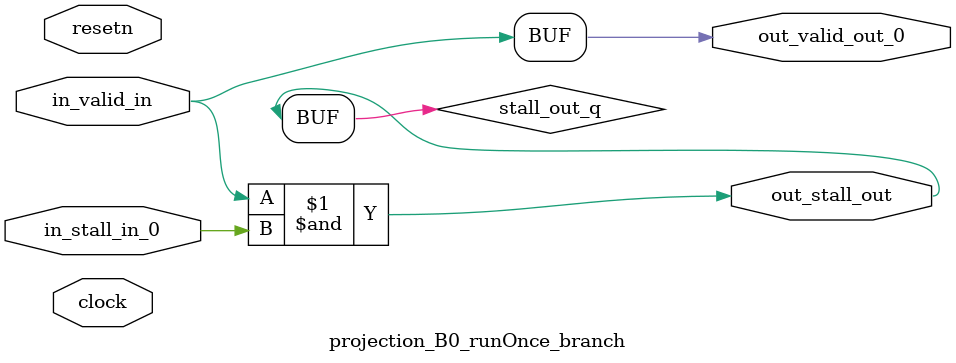
<source format=sv>



(* altera_attribute = "-name AUTO_SHIFT_REGISTER_RECOGNITION OFF; -name MESSAGE_DISABLE 10036; -name MESSAGE_DISABLE 10037; -name MESSAGE_DISABLE 14130; -name MESSAGE_DISABLE 14320; -name MESSAGE_DISABLE 15400; -name MESSAGE_DISABLE 14130; -name MESSAGE_DISABLE 10036; -name MESSAGE_DISABLE 12020; -name MESSAGE_DISABLE 12030; -name MESSAGE_DISABLE 12010; -name MESSAGE_DISABLE 12110; -name MESSAGE_DISABLE 14320; -name MESSAGE_DISABLE 13410; -name MESSAGE_DISABLE 113007; -name MESSAGE_DISABLE 10958" *)
module projection_B0_runOnce_branch (
    input wire [0:0] in_stall_in_0,
    input wire [0:0] in_valid_in,
    output wire [0:0] out_stall_out,
    output wire [0:0] out_valid_out_0,
    input wire clock,
    input wire resetn
    );

    wire [0:0] stall_out_q;


    // stall_out(LOGICAL,6)
    assign stall_out_q = in_valid_in & in_stall_in_0;

    // out_stall_out(GPOUT,4)
    assign out_stall_out = stall_out_q;

    // out_valid_out_0(GPOUT,5)
    assign out_valid_out_0 = in_valid_in;

endmodule

</source>
